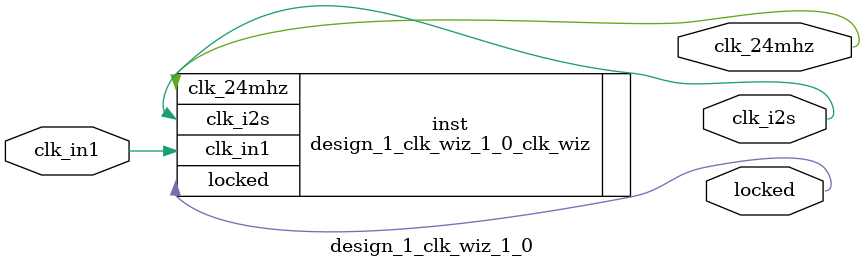
<source format=v>


`timescale 1ps/1ps

(* CORE_GENERATION_INFO = "design_1_clk_wiz_1_0,clk_wiz_v6_0_11_0_0,{component_name=design_1_clk_wiz_1_0,use_phase_alignment=true,use_min_o_jitter=false,use_max_i_jitter=false,use_dyn_phase_shift=false,use_inclk_switchover=false,use_dyn_reconfig=false,enable_axi=0,feedback_source=FDBK_AUTO,PRIMITIVE=MMCM,num_out_clk=2,clkin1_period=8.139,clkin2_period=10.000,use_power_down=false,use_reset=false,use_locked=true,use_inclk_stopped=false,feedback_type=SINGLE,CLOCK_MGR_TYPE=NA,manual_override=false}" *)

module design_1_clk_wiz_1_0 
 (
  // Clock out ports
  output        clk_i2s,
  output        clk_24mhz,
  // Status and control signals
  output        locked,
 // Clock in ports
  input         clk_in1
 );

  design_1_clk_wiz_1_0_clk_wiz inst
  (
  // Clock out ports  
  .clk_i2s(clk_i2s),
  .clk_24mhz(clk_24mhz),
  // Status and control signals               
  .locked(locked),
 // Clock in ports
  .clk_in1(clk_in1)
  );

endmodule

</source>
